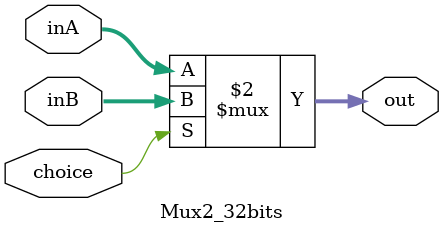
<source format=v>
`timescale 1ns / 1ps


module Mux2_32bits(
    input choice,
    input [31:0] inA,
    input [31:0] inB,
    output [31:0] out
    );
    assign out=(choice==0)?inA:inB;
endmodule

</source>
